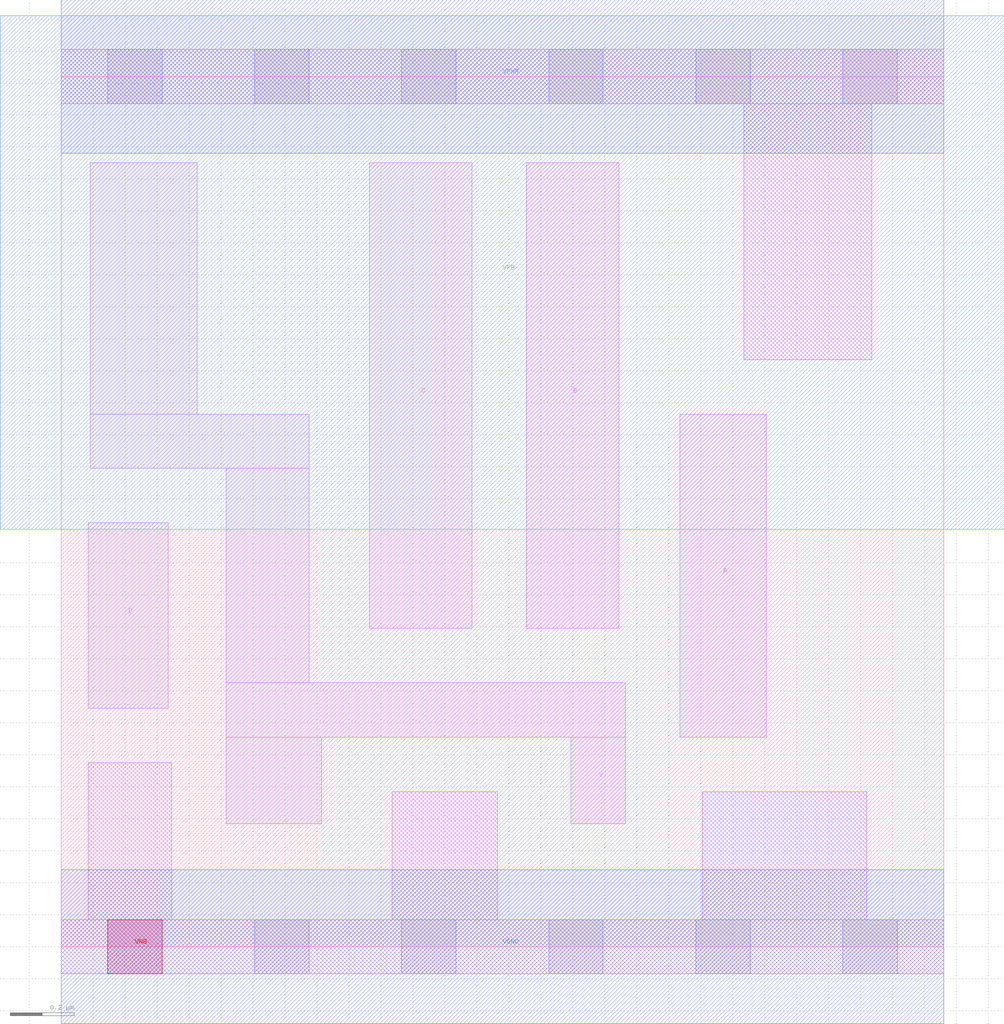
<source format=lef>
# Copyright 2020 The SkyWater PDK Authors
#
# Licensed under the Apache License, Version 2.0 (the "License");
# you may not use this file except in compliance with the License.
# You may obtain a copy of the License at
#
#     https://www.apache.org/licenses/LICENSE-2.0
#
# Unless required by applicable law or agreed to in writing, software
# distributed under the License is distributed on an "AS IS" BASIS,
# WITHOUT WARRANTIES OR CONDITIONS OF ANY KIND, either express or implied.
# See the License for the specific language governing permissions and
# limitations under the License.
#
# SPDX-License-Identifier: Apache-2.0

VERSION 5.7 ;
  NOWIREEXTENSIONATPIN ON ;
  DIVIDERCHAR "/" ;
  BUSBITCHARS "[]" ;
PROPERTYDEFINITIONS
  MACRO maskLayoutSubType STRING ;
  MACRO prCellType STRING ;
  MACRO originalViewName STRING ;
END PROPERTYDEFINITIONS
MACRO sky130_fd_sc_hdll__nor4_1
  CLASS CORE ;
  FOREIGN sky130_fd_sc_hdll__nor4_1 ;
  ORIGIN  0.000000  0.000000 ;
  SIZE  2.760000 BY  2.720000 ;
  SYMMETRY X Y R90 ;
  SITE unithd ;
  PIN A
    ANTENNAGATEAREA  0.277500 ;
    DIRECTION INPUT ;
    USE SIGNAL ;
    PORT
      LAYER li1 ;
        RECT 1.935000 0.655000 2.205000 1.665000 ;
    END
  END A
  PIN B
    ANTENNAGATEAREA  0.277500 ;
    DIRECTION INPUT ;
    USE SIGNAL ;
    PORT
      LAYER li1 ;
        RECT 1.455000 0.995000 1.745000 2.450000 ;
    END
  END B
  PIN C
    ANTENNAGATEAREA  0.277500 ;
    DIRECTION INPUT ;
    USE SIGNAL ;
    PORT
      LAYER li1 ;
        RECT 0.965000 0.995000 1.285000 2.450000 ;
    END
  END C
  PIN D
    ANTENNAGATEAREA  0.277500 ;
    DIRECTION INPUT ;
    USE SIGNAL ;
    PORT
      LAYER li1 ;
        RECT 0.085000 0.745000 0.335000 1.325000 ;
    END
  END D
  PIN VGND
    ANTENNADIFFAREA  0.604500 ;
    DIRECTION INOUT ;
    USE SIGNAL ;
    PORT
      LAYER met1 ;
        RECT 0.000000 -0.240000 2.760000 0.240000 ;
    END
  END VGND
  PIN VNB
    PORT
      LAYER pwell ;
        RECT 0.145000 -0.085000 0.315000 0.085000 ;
    END
  END VNB
  PIN VPB
    PORT
      LAYER nwell ;
        RECT -0.190000 1.305000 2.950000 2.910000 ;
    END
  END VPB
  PIN VPWR
    ANTENNADIFFAREA  0.270000 ;
    DIRECTION INOUT ;
    USE SIGNAL ;
    PORT
      LAYER met1 ;
        RECT 0.000000 2.480000 2.760000 2.960000 ;
    END
  END VPWR
  PIN Y
    ANTENNADIFFAREA  0.699000 ;
    DIRECTION OUTPUT ;
    USE SIGNAL ;
    PORT
      LAYER li1 ;
        RECT 0.090000 1.495000 0.775000 1.665000 ;
        RECT 0.090000 1.665000 0.425000 2.450000 ;
        RECT 0.515000 0.385000 0.815000 0.655000 ;
        RECT 0.515000 0.655000 1.765000 0.825000 ;
        RECT 0.515000 0.825000 0.775000 1.495000 ;
        RECT 1.595000 0.385000 1.765000 0.655000 ;
    END
  END Y
  OBS
    LAYER li1 ;
      RECT 0.000000 -0.085000 2.760000 0.085000 ;
      RECT 0.000000  2.635000 2.760000 2.805000 ;
      RECT 0.085000  0.085000 0.345000 0.575000 ;
      RECT 1.035000  0.085000 1.365000 0.485000 ;
      RECT 2.005000  0.085000 2.520000 0.485000 ;
      RECT 2.135000  1.835000 2.535000 2.635000 ;
    LAYER mcon ;
      RECT 0.145000 -0.085000 0.315000 0.085000 ;
      RECT 0.145000  2.635000 0.315000 2.805000 ;
      RECT 0.605000 -0.085000 0.775000 0.085000 ;
      RECT 0.605000  2.635000 0.775000 2.805000 ;
      RECT 1.065000 -0.085000 1.235000 0.085000 ;
      RECT 1.065000  2.635000 1.235000 2.805000 ;
      RECT 1.525000 -0.085000 1.695000 0.085000 ;
      RECT 1.525000  2.635000 1.695000 2.805000 ;
      RECT 1.985000 -0.085000 2.155000 0.085000 ;
      RECT 1.985000  2.635000 2.155000 2.805000 ;
      RECT 2.445000 -0.085000 2.615000 0.085000 ;
      RECT 2.445000  2.635000 2.615000 2.805000 ;
  END
  PROPERTY maskLayoutSubType "abstract" ;
  PROPERTY prCellType "standard" ;
  PROPERTY originalViewName "layout" ;
END sky130_fd_sc_hdll__nor4_1
END LIBRARY

</source>
